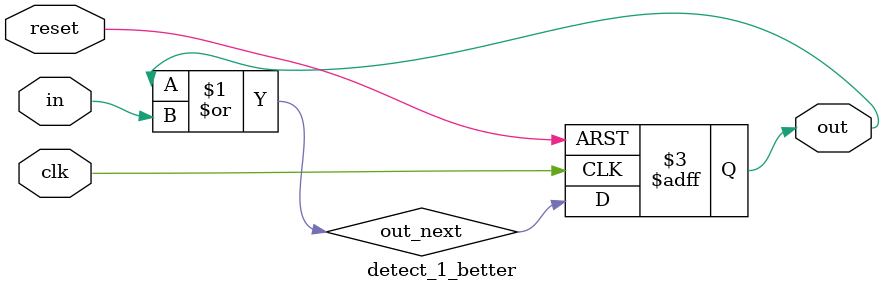
<source format=v>

module oscillator(
    clk,
    reset,
    out
    );

input clk;
input reset;
output reg out;

always @(posedge clk or posedge reset) begin
    if (reset) begin
        out = 1'b0;
    end else begin
        out = ~out; // Loop
    end
end

endmodule

//
// After being reset, the output of the following module stays
// low until the input become high. The output then stays high. 
//

module detect_1(
    clk,
    reset,
    in,
    out
    );

input clk;
input reset;
input in;
output reg out;

always @(posedge clk or posedge reset) begin
    if (reset) begin
        out = 1'b0;
    end else begin
        out = out | in;
    end
end

endmodule

// 
// Though the above two modules are perfectly functional, it is
// good practice to seperate combinational logic from non-combinational
// logic. In other words, it is recommended to avoid implementing 
// flip-flops and regular logic gates in the same `always` construct.
//
// A better manner to implement the above two modules is thus given here:
//

module oscillator_better(
    clk,
    reset,
    out
    );

input clk;
input reset;
output reg out;

wire out_next;

assign out_next = ~out; // Combinational logic

always @(posedge clk or posedge reset) begin // Only a flip-flop
    if (reset) begin
        out = 1'b0;
    end else begin
        out = out_next;
    end
end

endmodule


module detect_1_better(
    clk,
    reset,
    in,
    out
    );

input clk;
input reset;
input in;
output reg out;

wire out_next;

assign out_next = out | in;

always @(posedge clk or posedge reset) begin
    if (reset) begin
        out = 1'b0;
    end else begin
        out = out_next;
    end
end

endmodule

</source>
